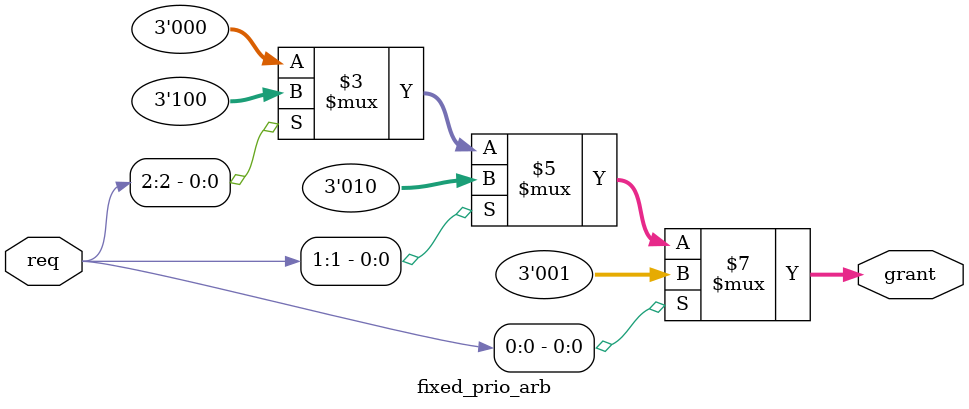
<source format=sv>
module fixed_prio_arb
(
    input [2:0]         req,
    
    output logic [2:0]  grant
);

    always_comb begin
        case (1'b1)
            req[0]: grant = 3'b001;
            req[1]: grant = 3'b010;
            req[2]: grant = 3'b100;
            default:grant = 3'b000;
        endcase
    end

endmodule: fixed_prio_arb
</source>
